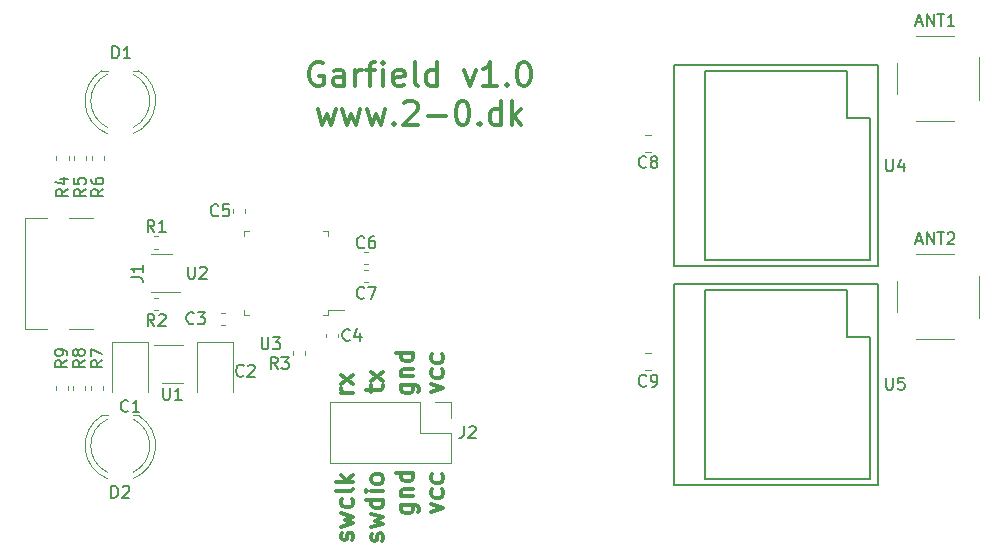
<source format=gbr>
G04 #@! TF.GenerationSoftware,KiCad,Pcbnew,5.1.8-db9833491~87~ubuntu20.04.1*
G04 #@! TF.CreationDate,2020-11-19T09:14:22+01:00*
G04 #@! TF.ProjectId,garfield,67617266-6965-46c6-942e-6b696361645f,v1.0*
G04 #@! TF.SameCoordinates,Original*
G04 #@! TF.FileFunction,Legend,Top*
G04 #@! TF.FilePolarity,Positive*
%FSLAX46Y46*%
G04 Gerber Fmt 4.6, Leading zero omitted, Abs format (unit mm)*
G04 Created by KiCad (PCBNEW 5.1.8-db9833491~87~ubuntu20.04.1) date 2020-11-19 09:14:22*
%MOMM*%
%LPD*%
G01*
G04 APERTURE LIST*
%ADD10C,0.300000*%
%ADD11C,0.120000*%
%ADD12C,0.150000*%
G04 APERTURE END LIST*
D10*
X153348571Y-133722857D02*
X154348571Y-133365714D01*
X153348571Y-133008571D01*
X154277142Y-131794285D02*
X154348571Y-131937142D01*
X154348571Y-132222857D01*
X154277142Y-132365714D01*
X154205714Y-132437142D01*
X154062857Y-132508571D01*
X153634285Y-132508571D01*
X153491428Y-132437142D01*
X153420000Y-132365714D01*
X153348571Y-132222857D01*
X153348571Y-131937142D01*
X153420000Y-131794285D01*
X154277142Y-130508571D02*
X154348571Y-130651428D01*
X154348571Y-130937142D01*
X154277142Y-131080000D01*
X154205714Y-131151428D01*
X154062857Y-131222857D01*
X153634285Y-131222857D01*
X153491428Y-131151428D01*
X153420000Y-131080000D01*
X153348571Y-130937142D01*
X153348571Y-130651428D01*
X153420000Y-130508571D01*
X153348571Y-123562857D02*
X154348571Y-123205714D01*
X153348571Y-122848571D01*
X154277142Y-121634285D02*
X154348571Y-121777142D01*
X154348571Y-122062857D01*
X154277142Y-122205714D01*
X154205714Y-122277142D01*
X154062857Y-122348571D01*
X153634285Y-122348571D01*
X153491428Y-122277142D01*
X153420000Y-122205714D01*
X153348571Y-122062857D01*
X153348571Y-121777142D01*
X153420000Y-121634285D01*
X154277142Y-120348571D02*
X154348571Y-120491428D01*
X154348571Y-120777142D01*
X154277142Y-120920000D01*
X154205714Y-120991428D01*
X154062857Y-121062857D01*
X153634285Y-121062857D01*
X153491428Y-120991428D01*
X153420000Y-120920000D01*
X153348571Y-120777142D01*
X153348571Y-120491428D01*
X153420000Y-120348571D01*
X146657142Y-136100000D02*
X146728571Y-135957142D01*
X146728571Y-135671428D01*
X146657142Y-135528571D01*
X146514285Y-135457142D01*
X146442857Y-135457142D01*
X146300000Y-135528571D01*
X146228571Y-135671428D01*
X146228571Y-135885714D01*
X146157142Y-136028571D01*
X146014285Y-136100000D01*
X145942857Y-136100000D01*
X145800000Y-136028571D01*
X145728571Y-135885714D01*
X145728571Y-135671428D01*
X145800000Y-135528571D01*
X145728571Y-134957142D02*
X146728571Y-134671428D01*
X146014285Y-134385714D01*
X146728571Y-134100000D01*
X145728571Y-133814285D01*
X146657142Y-132600000D02*
X146728571Y-132742857D01*
X146728571Y-133028571D01*
X146657142Y-133171428D01*
X146585714Y-133242857D01*
X146442857Y-133314285D01*
X146014285Y-133314285D01*
X145871428Y-133242857D01*
X145800000Y-133171428D01*
X145728571Y-133028571D01*
X145728571Y-132742857D01*
X145800000Y-132600000D01*
X146728571Y-131742857D02*
X146657142Y-131885714D01*
X146514285Y-131957142D01*
X145228571Y-131957142D01*
X146728571Y-131171428D02*
X145228571Y-131171428D01*
X146157142Y-131028571D02*
X146728571Y-130600000D01*
X145728571Y-130600000D02*
X146300000Y-131171428D01*
X149197142Y-136171428D02*
X149268571Y-136028571D01*
X149268571Y-135742857D01*
X149197142Y-135600000D01*
X149054285Y-135528571D01*
X148982857Y-135528571D01*
X148840000Y-135600000D01*
X148768571Y-135742857D01*
X148768571Y-135957142D01*
X148697142Y-136100000D01*
X148554285Y-136171428D01*
X148482857Y-136171428D01*
X148340000Y-136100000D01*
X148268571Y-135957142D01*
X148268571Y-135742857D01*
X148340000Y-135600000D01*
X148268571Y-135028571D02*
X149268571Y-134742857D01*
X148554285Y-134457142D01*
X149268571Y-134171428D01*
X148268571Y-133885714D01*
X149268571Y-132671428D02*
X147768571Y-132671428D01*
X149197142Y-132671428D02*
X149268571Y-132814285D01*
X149268571Y-133100000D01*
X149197142Y-133242857D01*
X149125714Y-133314285D01*
X148982857Y-133385714D01*
X148554285Y-133385714D01*
X148411428Y-133314285D01*
X148340000Y-133242857D01*
X148268571Y-133100000D01*
X148268571Y-132814285D01*
X148340000Y-132671428D01*
X149268571Y-131957142D02*
X148268571Y-131957142D01*
X147768571Y-131957142D02*
X147840000Y-132028571D01*
X147911428Y-131957142D01*
X147840000Y-131885714D01*
X147768571Y-131957142D01*
X147911428Y-131957142D01*
X149268571Y-131028571D02*
X149197142Y-131171428D01*
X149125714Y-131242857D01*
X148982857Y-131314285D01*
X148554285Y-131314285D01*
X148411428Y-131242857D01*
X148340000Y-131171428D01*
X148268571Y-131028571D01*
X148268571Y-130814285D01*
X148340000Y-130671428D01*
X148411428Y-130600000D01*
X148554285Y-130528571D01*
X148982857Y-130528571D01*
X149125714Y-130600000D01*
X149197142Y-130671428D01*
X149268571Y-130814285D01*
X149268571Y-131028571D01*
X150808571Y-133115714D02*
X152022857Y-133115714D01*
X152165714Y-133187142D01*
X152237142Y-133258571D01*
X152308571Y-133401428D01*
X152308571Y-133615714D01*
X152237142Y-133758571D01*
X151737142Y-133115714D02*
X151808571Y-133258571D01*
X151808571Y-133544285D01*
X151737142Y-133687142D01*
X151665714Y-133758571D01*
X151522857Y-133830000D01*
X151094285Y-133830000D01*
X150951428Y-133758571D01*
X150880000Y-133687142D01*
X150808571Y-133544285D01*
X150808571Y-133258571D01*
X150880000Y-133115714D01*
X150808571Y-132401428D02*
X151808571Y-132401428D01*
X150951428Y-132401428D02*
X150880000Y-132330000D01*
X150808571Y-132187142D01*
X150808571Y-131972857D01*
X150880000Y-131830000D01*
X151022857Y-131758571D01*
X151808571Y-131758571D01*
X151808571Y-130401428D02*
X150308571Y-130401428D01*
X151737142Y-130401428D02*
X151808571Y-130544285D01*
X151808571Y-130830000D01*
X151737142Y-130972857D01*
X151665714Y-131044285D01*
X151522857Y-131115714D01*
X151094285Y-131115714D01*
X150951428Y-131044285D01*
X150880000Y-130972857D01*
X150808571Y-130830000D01*
X150808571Y-130544285D01*
X150880000Y-130401428D01*
X150808571Y-122955714D02*
X152022857Y-122955714D01*
X152165714Y-123027142D01*
X152237142Y-123098571D01*
X152308571Y-123241428D01*
X152308571Y-123455714D01*
X152237142Y-123598571D01*
X151737142Y-122955714D02*
X151808571Y-123098571D01*
X151808571Y-123384285D01*
X151737142Y-123527142D01*
X151665714Y-123598571D01*
X151522857Y-123670000D01*
X151094285Y-123670000D01*
X150951428Y-123598571D01*
X150880000Y-123527142D01*
X150808571Y-123384285D01*
X150808571Y-123098571D01*
X150880000Y-122955714D01*
X150808571Y-122241428D02*
X151808571Y-122241428D01*
X150951428Y-122241428D02*
X150880000Y-122170000D01*
X150808571Y-122027142D01*
X150808571Y-121812857D01*
X150880000Y-121670000D01*
X151022857Y-121598571D01*
X151808571Y-121598571D01*
X151808571Y-120241428D02*
X150308571Y-120241428D01*
X151737142Y-120241428D02*
X151808571Y-120384285D01*
X151808571Y-120670000D01*
X151737142Y-120812857D01*
X151665714Y-120884285D01*
X151522857Y-120955714D01*
X151094285Y-120955714D01*
X150951428Y-120884285D01*
X150880000Y-120812857D01*
X150808571Y-120670000D01*
X150808571Y-120384285D01*
X150880000Y-120241428D01*
X146728571Y-123650285D02*
X145728571Y-123650285D01*
X146014285Y-123650285D02*
X145871428Y-123578857D01*
X145800000Y-123507428D01*
X145728571Y-123364571D01*
X145728571Y-123221714D01*
X146728571Y-122864571D02*
X145728571Y-122078857D01*
X145728571Y-122864571D02*
X146728571Y-122078857D01*
X148268571Y-123574857D02*
X148268571Y-123003428D01*
X147768571Y-123360571D02*
X149054285Y-123360571D01*
X149197142Y-123289142D01*
X149268571Y-123146285D01*
X149268571Y-123003428D01*
X149268571Y-122646285D02*
X148268571Y-121860571D01*
X148268571Y-122646285D02*
X149268571Y-121860571D01*
X144131904Y-95730000D02*
X143941428Y-95634761D01*
X143655714Y-95634761D01*
X143370000Y-95730000D01*
X143179523Y-95920476D01*
X143084285Y-96110952D01*
X142989047Y-96491904D01*
X142989047Y-96777619D01*
X143084285Y-97158571D01*
X143179523Y-97349047D01*
X143370000Y-97539523D01*
X143655714Y-97634761D01*
X143846190Y-97634761D01*
X144131904Y-97539523D01*
X144227142Y-97444285D01*
X144227142Y-96777619D01*
X143846190Y-96777619D01*
X145941428Y-97634761D02*
X145941428Y-96587142D01*
X145846190Y-96396666D01*
X145655714Y-96301428D01*
X145274761Y-96301428D01*
X145084285Y-96396666D01*
X145941428Y-97539523D02*
X145750952Y-97634761D01*
X145274761Y-97634761D01*
X145084285Y-97539523D01*
X144989047Y-97349047D01*
X144989047Y-97158571D01*
X145084285Y-96968095D01*
X145274761Y-96872857D01*
X145750952Y-96872857D01*
X145941428Y-96777619D01*
X146893809Y-97634761D02*
X146893809Y-96301428D01*
X146893809Y-96682380D02*
X146989047Y-96491904D01*
X147084285Y-96396666D01*
X147274761Y-96301428D01*
X147465238Y-96301428D01*
X147846190Y-96301428D02*
X148608095Y-96301428D01*
X148131904Y-97634761D02*
X148131904Y-95920476D01*
X148227142Y-95730000D01*
X148417619Y-95634761D01*
X148608095Y-95634761D01*
X149274761Y-97634761D02*
X149274761Y-96301428D01*
X149274761Y-95634761D02*
X149179523Y-95730000D01*
X149274761Y-95825238D01*
X149370000Y-95730000D01*
X149274761Y-95634761D01*
X149274761Y-95825238D01*
X150989047Y-97539523D02*
X150798571Y-97634761D01*
X150417619Y-97634761D01*
X150227142Y-97539523D01*
X150131904Y-97349047D01*
X150131904Y-96587142D01*
X150227142Y-96396666D01*
X150417619Y-96301428D01*
X150798571Y-96301428D01*
X150989047Y-96396666D01*
X151084285Y-96587142D01*
X151084285Y-96777619D01*
X150131904Y-96968095D01*
X152227142Y-97634761D02*
X152036666Y-97539523D01*
X151941428Y-97349047D01*
X151941428Y-95634761D01*
X153846190Y-97634761D02*
X153846190Y-95634761D01*
X153846190Y-97539523D02*
X153655714Y-97634761D01*
X153274761Y-97634761D01*
X153084285Y-97539523D01*
X152989047Y-97444285D01*
X152893809Y-97253809D01*
X152893809Y-96682380D01*
X152989047Y-96491904D01*
X153084285Y-96396666D01*
X153274761Y-96301428D01*
X153655714Y-96301428D01*
X153846190Y-96396666D01*
X156131904Y-96301428D02*
X156608095Y-97634761D01*
X157084285Y-96301428D01*
X158893809Y-97634761D02*
X157750952Y-97634761D01*
X158322380Y-97634761D02*
X158322380Y-95634761D01*
X158131904Y-95920476D01*
X157941428Y-96110952D01*
X157750952Y-96206190D01*
X159750952Y-97444285D02*
X159846190Y-97539523D01*
X159750952Y-97634761D01*
X159655714Y-97539523D01*
X159750952Y-97444285D01*
X159750952Y-97634761D01*
X161084285Y-95634761D02*
X161274761Y-95634761D01*
X161465238Y-95730000D01*
X161560476Y-95825238D01*
X161655714Y-96015714D01*
X161750952Y-96396666D01*
X161750952Y-96872857D01*
X161655714Y-97253809D01*
X161560476Y-97444285D01*
X161465238Y-97539523D01*
X161274761Y-97634761D01*
X161084285Y-97634761D01*
X160893809Y-97539523D01*
X160798571Y-97444285D01*
X160703333Y-97253809D01*
X160608095Y-96872857D01*
X160608095Y-96396666D01*
X160703333Y-96015714D01*
X160798571Y-95825238D01*
X160893809Y-95730000D01*
X161084285Y-95634761D01*
X143703333Y-99601428D02*
X144084285Y-100934761D01*
X144465238Y-99982380D01*
X144846190Y-100934761D01*
X145227142Y-99601428D01*
X145798571Y-99601428D02*
X146179523Y-100934761D01*
X146560476Y-99982380D01*
X146941428Y-100934761D01*
X147322380Y-99601428D01*
X147893809Y-99601428D02*
X148274761Y-100934761D01*
X148655714Y-99982380D01*
X149036666Y-100934761D01*
X149417619Y-99601428D01*
X150179523Y-100744285D02*
X150274761Y-100839523D01*
X150179523Y-100934761D01*
X150084285Y-100839523D01*
X150179523Y-100744285D01*
X150179523Y-100934761D01*
X151036666Y-99125238D02*
X151131904Y-99030000D01*
X151322380Y-98934761D01*
X151798571Y-98934761D01*
X151989047Y-99030000D01*
X152084285Y-99125238D01*
X152179523Y-99315714D01*
X152179523Y-99506190D01*
X152084285Y-99791904D01*
X150941428Y-100934761D01*
X152179523Y-100934761D01*
X153036666Y-100172857D02*
X154560476Y-100172857D01*
X155893809Y-98934761D02*
X156084285Y-98934761D01*
X156274761Y-99030000D01*
X156370000Y-99125238D01*
X156465238Y-99315714D01*
X156560476Y-99696666D01*
X156560476Y-100172857D01*
X156465238Y-100553809D01*
X156370000Y-100744285D01*
X156274761Y-100839523D01*
X156084285Y-100934761D01*
X155893809Y-100934761D01*
X155703333Y-100839523D01*
X155608095Y-100744285D01*
X155512857Y-100553809D01*
X155417619Y-100172857D01*
X155417619Y-99696666D01*
X155512857Y-99315714D01*
X155608095Y-99125238D01*
X155703333Y-99030000D01*
X155893809Y-98934761D01*
X157417619Y-100744285D02*
X157512857Y-100839523D01*
X157417619Y-100934761D01*
X157322380Y-100839523D01*
X157417619Y-100744285D01*
X157417619Y-100934761D01*
X159227142Y-100934761D02*
X159227142Y-98934761D01*
X159227142Y-100839523D02*
X159036666Y-100934761D01*
X158655714Y-100934761D01*
X158465238Y-100839523D01*
X158370000Y-100744285D01*
X158274761Y-100553809D01*
X158274761Y-99982380D01*
X158370000Y-99791904D01*
X158465238Y-99696666D01*
X158655714Y-99601428D01*
X159036666Y-99601428D01*
X159227142Y-99696666D01*
X160179523Y-100934761D02*
X160179523Y-98934761D01*
X160370000Y-100172857D02*
X160941428Y-100934761D01*
X160941428Y-99601428D02*
X160179523Y-100363333D01*
D11*
X144560000Y-109940000D02*
X144140000Y-109940000D01*
X144560000Y-117060000D02*
X144560000Y-116640000D01*
X144560000Y-116640000D02*
X145940000Y-116640000D01*
X137440000Y-117060000D02*
X137860000Y-117060000D01*
X137440000Y-109940000D02*
X137860000Y-109940000D01*
X144560000Y-117060000D02*
X144140000Y-117060000D01*
X144560000Y-109940000D02*
X144560000Y-110360000D01*
X137440000Y-109940000D02*
X137440000Y-110360000D01*
X137440000Y-117060000D02*
X137440000Y-116640000D01*
X130212779Y-110390000D02*
X129887221Y-110390000D01*
X130212779Y-111410000D02*
X129887221Y-111410000D01*
X129310000Y-123540000D02*
X129310000Y-119330000D01*
X129310000Y-119330000D02*
X126290000Y-119330000D01*
X126290000Y-119330000D02*
X126290000Y-123540000D01*
X133490000Y-119327500D02*
X133490000Y-123537500D01*
X136510000Y-119327500D02*
X133490000Y-119327500D01*
X136510000Y-123537500D02*
X136510000Y-119327500D01*
X135882779Y-117920000D02*
X135557221Y-117920000D01*
X135882779Y-116900000D02*
X135557221Y-116900000D01*
X144400000Y-118607221D02*
X144400000Y-118932779D01*
X145420000Y-118607221D02*
X145420000Y-118932779D01*
X136570000Y-108382779D02*
X136570000Y-108057221D01*
X137590000Y-108382779D02*
X137590000Y-108057221D01*
X147637221Y-112760000D02*
X147962779Y-112760000D01*
X147637221Y-111740000D02*
X147962779Y-111740000D01*
X147637221Y-114260000D02*
X147962779Y-114260000D01*
X147637221Y-113240000D02*
X147962779Y-113240000D01*
X130212779Y-116610000D02*
X129887221Y-116610000D01*
X130212779Y-115590000D02*
X129887221Y-115590000D01*
X141600000Y-120117221D02*
X141600000Y-120442779D01*
X142620000Y-120117221D02*
X142620000Y-120442779D01*
X122620000Y-103882779D02*
X122620000Y-103557221D01*
X121600000Y-103882779D02*
X121600000Y-103557221D01*
X123100000Y-103882779D02*
X123100000Y-103557221D01*
X124120000Y-103882779D02*
X124120000Y-103557221D01*
X125620000Y-103882779D02*
X125620000Y-103557221D01*
X124600000Y-103882779D02*
X124600000Y-103557221D01*
X125550000Y-123047221D02*
X125550000Y-123372779D01*
X124530000Y-123047221D02*
X124530000Y-123372779D01*
X132300000Y-119590000D02*
X129850000Y-119590000D01*
X130500000Y-122810000D02*
X132300000Y-122810000D01*
X129600000Y-115110000D02*
X132050000Y-115110000D01*
X131400000Y-111890000D02*
X129600000Y-111890000D01*
X128545000Y-96345000D02*
X128080000Y-96345000D01*
X125920000Y-96345000D02*
X125455000Y-96345000D01*
X125919571Y-101159479D02*
G75*
G02*
X125920000Y-96650316I1080429J2254479D01*
G01*
X128080429Y-101159479D02*
G75*
G03*
X128080000Y-96650316I-1080429J2254479D01*
G01*
X125919173Y-101692815D02*
G75*
G02*
X125455170Y-96345000I1080827J2787815D01*
G01*
X128080827Y-101692815D02*
G75*
G03*
X128544830Y-96345000I-1080827J2787815D01*
G01*
X125920000Y-125545000D02*
X125455000Y-125545000D01*
X128545000Y-125545000D02*
X128080000Y-125545000D01*
X128080827Y-130892815D02*
G75*
G03*
X128544830Y-125545000I-1080827J2787815D01*
G01*
X125919173Y-130892815D02*
G75*
G02*
X125455170Y-125545000I1080827J2787815D01*
G01*
X128080429Y-130359479D02*
G75*
G03*
X128080000Y-125850316I-1080429J2254479D01*
G01*
X125919571Y-130359479D02*
G75*
G02*
X125920000Y-125850316I1080429J2254479D01*
G01*
X123020000Y-123047221D02*
X123020000Y-123372779D01*
X124040000Y-123047221D02*
X124040000Y-123372779D01*
X122550000Y-123047221D02*
X122550000Y-123372779D01*
X121530000Y-123047221D02*
X121530000Y-123372779D01*
X171948578Y-101780000D02*
X171431422Y-101780000D01*
X171948578Y-103200000D02*
X171431422Y-103200000D01*
X171948578Y-121700000D02*
X171431422Y-121700000D01*
X171948578Y-120280000D02*
X171431422Y-120280000D01*
X155000000Y-124400000D02*
X155000000Y-125730000D01*
X153670000Y-124400000D02*
X155000000Y-124400000D01*
X155000000Y-127000000D02*
X155000000Y-129600000D01*
X152400000Y-127000000D02*
X155000000Y-127000000D01*
X152400000Y-124400000D02*
X152400000Y-127000000D01*
X155000000Y-129600000D02*
X144720000Y-129600000D01*
X152400000Y-124400000D02*
X144720000Y-124400000D01*
X144720000Y-124400000D02*
X144720000Y-129600000D01*
X197600000Y-93400000D02*
X194400000Y-93400000D01*
X197600000Y-100600000D02*
X194400000Y-100600000D01*
X192800000Y-95700000D02*
X192800000Y-98300000D01*
X199680000Y-95200000D02*
X199680000Y-98800000D01*
X199680000Y-113700000D02*
X199680000Y-117300000D01*
X192800000Y-114200000D02*
X192800000Y-116800000D01*
X197600000Y-119100000D02*
X194400000Y-119100000D01*
X197600000Y-111900000D02*
X194400000Y-111900000D01*
X120800000Y-108800000D02*
X118900000Y-108800000D01*
X124700000Y-108800000D02*
X122700000Y-108800000D01*
X120800000Y-118200000D02*
X118900000Y-118200000D01*
X124700000Y-118200000D02*
X122700000Y-118200000D01*
X118900000Y-108800000D02*
X118900000Y-118200000D01*
D12*
X173850000Y-95890000D02*
X191150000Y-95890000D01*
X191150000Y-95890000D02*
X191150000Y-112890000D01*
X191150000Y-112890000D02*
X173850000Y-112890000D01*
X173850000Y-112890000D02*
X173850000Y-95890000D01*
X176500000Y-96390000D02*
X176500000Y-112390000D01*
X176500000Y-112390000D02*
X190500000Y-112390000D01*
X190500000Y-112390000D02*
X190500000Y-100390000D01*
X190500000Y-100390000D02*
X188500000Y-100390000D01*
X188500000Y-100390000D02*
X188500000Y-96390000D01*
X188500000Y-96390000D02*
X176500000Y-96390000D01*
X188500000Y-114890000D02*
X176500000Y-114890000D01*
X188500000Y-118890000D02*
X188500000Y-114890000D01*
X190500000Y-118890000D02*
X188500000Y-118890000D01*
X190500000Y-130890000D02*
X190500000Y-118890000D01*
X176500000Y-130890000D02*
X190500000Y-130890000D01*
X176500000Y-114890000D02*
X176500000Y-130890000D01*
X173850000Y-131390000D02*
X173850000Y-114390000D01*
X191150000Y-131390000D02*
X173850000Y-131390000D01*
X191150000Y-114390000D02*
X191150000Y-131390000D01*
X173850000Y-114390000D02*
X191150000Y-114390000D01*
X138958095Y-118942380D02*
X138958095Y-119751904D01*
X139005714Y-119847142D01*
X139053333Y-119894761D01*
X139148571Y-119942380D01*
X139339047Y-119942380D01*
X139434285Y-119894761D01*
X139481904Y-119847142D01*
X139529523Y-119751904D01*
X139529523Y-118942380D01*
X139910476Y-118942380D02*
X140529523Y-118942380D01*
X140196190Y-119323333D01*
X140339047Y-119323333D01*
X140434285Y-119370952D01*
X140481904Y-119418571D01*
X140529523Y-119513809D01*
X140529523Y-119751904D01*
X140481904Y-119847142D01*
X140434285Y-119894761D01*
X140339047Y-119942380D01*
X140053333Y-119942380D01*
X139958095Y-119894761D01*
X139910476Y-119847142D01*
X129883333Y-109992380D02*
X129550000Y-109516190D01*
X129311904Y-109992380D02*
X129311904Y-108992380D01*
X129692857Y-108992380D01*
X129788095Y-109040000D01*
X129835714Y-109087619D01*
X129883333Y-109182857D01*
X129883333Y-109325714D01*
X129835714Y-109420952D01*
X129788095Y-109468571D01*
X129692857Y-109516190D01*
X129311904Y-109516190D01*
X130835714Y-109992380D02*
X130264285Y-109992380D01*
X130550000Y-109992380D02*
X130550000Y-108992380D01*
X130454761Y-109135238D01*
X130359523Y-109230476D01*
X130264285Y-109278095D01*
X127673333Y-125147142D02*
X127625714Y-125194761D01*
X127482857Y-125242380D01*
X127387619Y-125242380D01*
X127244761Y-125194761D01*
X127149523Y-125099523D01*
X127101904Y-125004285D01*
X127054285Y-124813809D01*
X127054285Y-124670952D01*
X127101904Y-124480476D01*
X127149523Y-124385238D01*
X127244761Y-124290000D01*
X127387619Y-124242380D01*
X127482857Y-124242380D01*
X127625714Y-124290000D01*
X127673333Y-124337619D01*
X128625714Y-125242380D02*
X128054285Y-125242380D01*
X128340000Y-125242380D02*
X128340000Y-124242380D01*
X128244761Y-124385238D01*
X128149523Y-124480476D01*
X128054285Y-124528095D01*
X137433333Y-122157142D02*
X137385714Y-122204761D01*
X137242857Y-122252380D01*
X137147619Y-122252380D01*
X137004761Y-122204761D01*
X136909523Y-122109523D01*
X136861904Y-122014285D01*
X136814285Y-121823809D01*
X136814285Y-121680952D01*
X136861904Y-121490476D01*
X136909523Y-121395238D01*
X137004761Y-121300000D01*
X137147619Y-121252380D01*
X137242857Y-121252380D01*
X137385714Y-121300000D01*
X137433333Y-121347619D01*
X137814285Y-121347619D02*
X137861904Y-121300000D01*
X137957142Y-121252380D01*
X138195238Y-121252380D01*
X138290476Y-121300000D01*
X138338095Y-121347619D01*
X138385714Y-121442857D01*
X138385714Y-121538095D01*
X138338095Y-121680952D01*
X137766666Y-122252380D01*
X138385714Y-122252380D01*
X133223333Y-117717142D02*
X133175714Y-117764761D01*
X133032857Y-117812380D01*
X132937619Y-117812380D01*
X132794761Y-117764761D01*
X132699523Y-117669523D01*
X132651904Y-117574285D01*
X132604285Y-117383809D01*
X132604285Y-117240952D01*
X132651904Y-117050476D01*
X132699523Y-116955238D01*
X132794761Y-116860000D01*
X132937619Y-116812380D01*
X133032857Y-116812380D01*
X133175714Y-116860000D01*
X133223333Y-116907619D01*
X133556666Y-116812380D02*
X134175714Y-116812380D01*
X133842380Y-117193333D01*
X133985238Y-117193333D01*
X134080476Y-117240952D01*
X134128095Y-117288571D01*
X134175714Y-117383809D01*
X134175714Y-117621904D01*
X134128095Y-117717142D01*
X134080476Y-117764761D01*
X133985238Y-117812380D01*
X133699523Y-117812380D01*
X133604285Y-117764761D01*
X133556666Y-117717142D01*
X146433333Y-119127142D02*
X146385714Y-119174761D01*
X146242857Y-119222380D01*
X146147619Y-119222380D01*
X146004761Y-119174761D01*
X145909523Y-119079523D01*
X145861904Y-118984285D01*
X145814285Y-118793809D01*
X145814285Y-118650952D01*
X145861904Y-118460476D01*
X145909523Y-118365238D01*
X146004761Y-118270000D01*
X146147619Y-118222380D01*
X146242857Y-118222380D01*
X146385714Y-118270000D01*
X146433333Y-118317619D01*
X147290476Y-118555714D02*
X147290476Y-119222380D01*
X147052380Y-118174761D02*
X146814285Y-118889047D01*
X147433333Y-118889047D01*
X135283333Y-108577142D02*
X135235714Y-108624761D01*
X135092857Y-108672380D01*
X134997619Y-108672380D01*
X134854761Y-108624761D01*
X134759523Y-108529523D01*
X134711904Y-108434285D01*
X134664285Y-108243809D01*
X134664285Y-108100952D01*
X134711904Y-107910476D01*
X134759523Y-107815238D01*
X134854761Y-107720000D01*
X134997619Y-107672380D01*
X135092857Y-107672380D01*
X135235714Y-107720000D01*
X135283333Y-107767619D01*
X136188095Y-107672380D02*
X135711904Y-107672380D01*
X135664285Y-108148571D01*
X135711904Y-108100952D01*
X135807142Y-108053333D01*
X136045238Y-108053333D01*
X136140476Y-108100952D01*
X136188095Y-108148571D01*
X136235714Y-108243809D01*
X136235714Y-108481904D01*
X136188095Y-108577142D01*
X136140476Y-108624761D01*
X136045238Y-108672380D01*
X135807142Y-108672380D01*
X135711904Y-108624761D01*
X135664285Y-108577142D01*
X147643333Y-111287142D02*
X147595714Y-111334761D01*
X147452857Y-111382380D01*
X147357619Y-111382380D01*
X147214761Y-111334761D01*
X147119523Y-111239523D01*
X147071904Y-111144285D01*
X147024285Y-110953809D01*
X147024285Y-110810952D01*
X147071904Y-110620476D01*
X147119523Y-110525238D01*
X147214761Y-110430000D01*
X147357619Y-110382380D01*
X147452857Y-110382380D01*
X147595714Y-110430000D01*
X147643333Y-110477619D01*
X148500476Y-110382380D02*
X148310000Y-110382380D01*
X148214761Y-110430000D01*
X148167142Y-110477619D01*
X148071904Y-110620476D01*
X148024285Y-110810952D01*
X148024285Y-111191904D01*
X148071904Y-111287142D01*
X148119523Y-111334761D01*
X148214761Y-111382380D01*
X148405238Y-111382380D01*
X148500476Y-111334761D01*
X148548095Y-111287142D01*
X148595714Y-111191904D01*
X148595714Y-110953809D01*
X148548095Y-110858571D01*
X148500476Y-110810952D01*
X148405238Y-110763333D01*
X148214761Y-110763333D01*
X148119523Y-110810952D01*
X148071904Y-110858571D01*
X148024285Y-110953809D01*
X147643333Y-115567142D02*
X147595714Y-115614761D01*
X147452857Y-115662380D01*
X147357619Y-115662380D01*
X147214761Y-115614761D01*
X147119523Y-115519523D01*
X147071904Y-115424285D01*
X147024285Y-115233809D01*
X147024285Y-115090952D01*
X147071904Y-114900476D01*
X147119523Y-114805238D01*
X147214761Y-114710000D01*
X147357619Y-114662380D01*
X147452857Y-114662380D01*
X147595714Y-114710000D01*
X147643333Y-114757619D01*
X147976666Y-114662380D02*
X148643333Y-114662380D01*
X148214761Y-115662380D01*
X129883333Y-117972380D02*
X129550000Y-117496190D01*
X129311904Y-117972380D02*
X129311904Y-116972380D01*
X129692857Y-116972380D01*
X129788095Y-117020000D01*
X129835714Y-117067619D01*
X129883333Y-117162857D01*
X129883333Y-117305714D01*
X129835714Y-117400952D01*
X129788095Y-117448571D01*
X129692857Y-117496190D01*
X129311904Y-117496190D01*
X130264285Y-117067619D02*
X130311904Y-117020000D01*
X130407142Y-116972380D01*
X130645238Y-116972380D01*
X130740476Y-117020000D01*
X130788095Y-117067619D01*
X130835714Y-117162857D01*
X130835714Y-117258095D01*
X130788095Y-117400952D01*
X130216666Y-117972380D01*
X130835714Y-117972380D01*
X140313333Y-121602380D02*
X139980000Y-121126190D01*
X139741904Y-121602380D02*
X139741904Y-120602380D01*
X140122857Y-120602380D01*
X140218095Y-120650000D01*
X140265714Y-120697619D01*
X140313333Y-120792857D01*
X140313333Y-120935714D01*
X140265714Y-121030952D01*
X140218095Y-121078571D01*
X140122857Y-121126190D01*
X139741904Y-121126190D01*
X140646666Y-120602380D02*
X141265714Y-120602380D01*
X140932380Y-120983333D01*
X141075238Y-120983333D01*
X141170476Y-121030952D01*
X141218095Y-121078571D01*
X141265714Y-121173809D01*
X141265714Y-121411904D01*
X141218095Y-121507142D01*
X141170476Y-121554761D01*
X141075238Y-121602380D01*
X140789523Y-121602380D01*
X140694285Y-121554761D01*
X140646666Y-121507142D01*
X122552380Y-106366666D02*
X122076190Y-106700000D01*
X122552380Y-106938095D02*
X121552380Y-106938095D01*
X121552380Y-106557142D01*
X121600000Y-106461904D01*
X121647619Y-106414285D01*
X121742857Y-106366666D01*
X121885714Y-106366666D01*
X121980952Y-106414285D01*
X122028571Y-106461904D01*
X122076190Y-106557142D01*
X122076190Y-106938095D01*
X121885714Y-105509523D02*
X122552380Y-105509523D01*
X121504761Y-105747619D02*
X122219047Y-105985714D01*
X122219047Y-105366666D01*
X124062380Y-106366666D02*
X123586190Y-106700000D01*
X124062380Y-106938095D02*
X123062380Y-106938095D01*
X123062380Y-106557142D01*
X123110000Y-106461904D01*
X123157619Y-106414285D01*
X123252857Y-106366666D01*
X123395714Y-106366666D01*
X123490952Y-106414285D01*
X123538571Y-106461904D01*
X123586190Y-106557142D01*
X123586190Y-106938095D01*
X123062380Y-105461904D02*
X123062380Y-105938095D01*
X123538571Y-105985714D01*
X123490952Y-105938095D01*
X123443333Y-105842857D01*
X123443333Y-105604761D01*
X123490952Y-105509523D01*
X123538571Y-105461904D01*
X123633809Y-105414285D01*
X123871904Y-105414285D01*
X123967142Y-105461904D01*
X124014761Y-105509523D01*
X124062380Y-105604761D01*
X124062380Y-105842857D01*
X124014761Y-105938095D01*
X123967142Y-105985714D01*
X125552380Y-106366666D02*
X125076190Y-106700000D01*
X125552380Y-106938095D02*
X124552380Y-106938095D01*
X124552380Y-106557142D01*
X124600000Y-106461904D01*
X124647619Y-106414285D01*
X124742857Y-106366666D01*
X124885714Y-106366666D01*
X124980952Y-106414285D01*
X125028571Y-106461904D01*
X125076190Y-106557142D01*
X125076190Y-106938095D01*
X124552380Y-105509523D02*
X124552380Y-105700000D01*
X124600000Y-105795238D01*
X124647619Y-105842857D01*
X124790476Y-105938095D01*
X124980952Y-105985714D01*
X125361904Y-105985714D01*
X125457142Y-105938095D01*
X125504761Y-105890476D01*
X125552380Y-105795238D01*
X125552380Y-105604761D01*
X125504761Y-105509523D01*
X125457142Y-105461904D01*
X125361904Y-105414285D01*
X125123809Y-105414285D01*
X125028571Y-105461904D01*
X124980952Y-105509523D01*
X124933333Y-105604761D01*
X124933333Y-105795238D01*
X124980952Y-105890476D01*
X125028571Y-105938095D01*
X125123809Y-105985714D01*
X125492380Y-120876666D02*
X125016190Y-121210000D01*
X125492380Y-121448095D02*
X124492380Y-121448095D01*
X124492380Y-121067142D01*
X124540000Y-120971904D01*
X124587619Y-120924285D01*
X124682857Y-120876666D01*
X124825714Y-120876666D01*
X124920952Y-120924285D01*
X124968571Y-120971904D01*
X125016190Y-121067142D01*
X125016190Y-121448095D01*
X124492380Y-120543333D02*
X124492380Y-119876666D01*
X125492380Y-120305238D01*
X130638095Y-123212380D02*
X130638095Y-124021904D01*
X130685714Y-124117142D01*
X130733333Y-124164761D01*
X130828571Y-124212380D01*
X131019047Y-124212380D01*
X131114285Y-124164761D01*
X131161904Y-124117142D01*
X131209523Y-124021904D01*
X131209523Y-123212380D01*
X132209523Y-124212380D02*
X131638095Y-124212380D01*
X131923809Y-124212380D02*
X131923809Y-123212380D01*
X131828571Y-123355238D01*
X131733333Y-123450476D01*
X131638095Y-123498095D01*
X132738095Y-112952380D02*
X132738095Y-113761904D01*
X132785714Y-113857142D01*
X132833333Y-113904761D01*
X132928571Y-113952380D01*
X133119047Y-113952380D01*
X133214285Y-113904761D01*
X133261904Y-113857142D01*
X133309523Y-113761904D01*
X133309523Y-112952380D01*
X133738095Y-113047619D02*
X133785714Y-113000000D01*
X133880952Y-112952380D01*
X134119047Y-112952380D01*
X134214285Y-113000000D01*
X134261904Y-113047619D01*
X134309523Y-113142857D01*
X134309523Y-113238095D01*
X134261904Y-113380952D01*
X133690476Y-113952380D01*
X134309523Y-113952380D01*
X126331904Y-95292380D02*
X126331904Y-94292380D01*
X126570000Y-94292380D01*
X126712857Y-94340000D01*
X126808095Y-94435238D01*
X126855714Y-94530476D01*
X126903333Y-94720952D01*
X126903333Y-94863809D01*
X126855714Y-95054285D01*
X126808095Y-95149523D01*
X126712857Y-95244761D01*
X126570000Y-95292380D01*
X126331904Y-95292380D01*
X127855714Y-95292380D02*
X127284285Y-95292380D01*
X127570000Y-95292380D02*
X127570000Y-94292380D01*
X127474761Y-94435238D01*
X127379523Y-94530476D01*
X127284285Y-94578095D01*
X126251904Y-132502380D02*
X126251904Y-131502380D01*
X126490000Y-131502380D01*
X126632857Y-131550000D01*
X126728095Y-131645238D01*
X126775714Y-131740476D01*
X126823333Y-131930952D01*
X126823333Y-132073809D01*
X126775714Y-132264285D01*
X126728095Y-132359523D01*
X126632857Y-132454761D01*
X126490000Y-132502380D01*
X126251904Y-132502380D01*
X127204285Y-131597619D02*
X127251904Y-131550000D01*
X127347142Y-131502380D01*
X127585238Y-131502380D01*
X127680476Y-131550000D01*
X127728095Y-131597619D01*
X127775714Y-131692857D01*
X127775714Y-131788095D01*
X127728095Y-131930952D01*
X127156666Y-132502380D01*
X127775714Y-132502380D01*
X123982380Y-120866666D02*
X123506190Y-121200000D01*
X123982380Y-121438095D02*
X122982380Y-121438095D01*
X122982380Y-121057142D01*
X123030000Y-120961904D01*
X123077619Y-120914285D01*
X123172857Y-120866666D01*
X123315714Y-120866666D01*
X123410952Y-120914285D01*
X123458571Y-120961904D01*
X123506190Y-121057142D01*
X123506190Y-121438095D01*
X123410952Y-120295238D02*
X123363333Y-120390476D01*
X123315714Y-120438095D01*
X123220476Y-120485714D01*
X123172857Y-120485714D01*
X123077619Y-120438095D01*
X123030000Y-120390476D01*
X122982380Y-120295238D01*
X122982380Y-120104761D01*
X123030000Y-120009523D01*
X123077619Y-119961904D01*
X123172857Y-119914285D01*
X123220476Y-119914285D01*
X123315714Y-119961904D01*
X123363333Y-120009523D01*
X123410952Y-120104761D01*
X123410952Y-120295238D01*
X123458571Y-120390476D01*
X123506190Y-120438095D01*
X123601428Y-120485714D01*
X123791904Y-120485714D01*
X123887142Y-120438095D01*
X123934761Y-120390476D01*
X123982380Y-120295238D01*
X123982380Y-120104761D01*
X123934761Y-120009523D01*
X123887142Y-119961904D01*
X123791904Y-119914285D01*
X123601428Y-119914285D01*
X123506190Y-119961904D01*
X123458571Y-120009523D01*
X123410952Y-120104761D01*
X122492380Y-120876666D02*
X122016190Y-121210000D01*
X122492380Y-121448095D02*
X121492380Y-121448095D01*
X121492380Y-121067142D01*
X121540000Y-120971904D01*
X121587619Y-120924285D01*
X121682857Y-120876666D01*
X121825714Y-120876666D01*
X121920952Y-120924285D01*
X121968571Y-120971904D01*
X122016190Y-121067142D01*
X122016190Y-121448095D01*
X122492380Y-120400476D02*
X122492380Y-120210000D01*
X122444761Y-120114761D01*
X122397142Y-120067142D01*
X122254285Y-119971904D01*
X122063809Y-119924285D01*
X121682857Y-119924285D01*
X121587619Y-119971904D01*
X121540000Y-120019523D01*
X121492380Y-120114761D01*
X121492380Y-120305238D01*
X121540000Y-120400476D01*
X121587619Y-120448095D01*
X121682857Y-120495714D01*
X121920952Y-120495714D01*
X122016190Y-120448095D01*
X122063809Y-120400476D01*
X122111428Y-120305238D01*
X122111428Y-120114761D01*
X122063809Y-120019523D01*
X122016190Y-119971904D01*
X121920952Y-119924285D01*
X171523333Y-104497142D02*
X171475714Y-104544761D01*
X171332857Y-104592380D01*
X171237619Y-104592380D01*
X171094761Y-104544761D01*
X170999523Y-104449523D01*
X170951904Y-104354285D01*
X170904285Y-104163809D01*
X170904285Y-104020952D01*
X170951904Y-103830476D01*
X170999523Y-103735238D01*
X171094761Y-103640000D01*
X171237619Y-103592380D01*
X171332857Y-103592380D01*
X171475714Y-103640000D01*
X171523333Y-103687619D01*
X172094761Y-104020952D02*
X171999523Y-103973333D01*
X171951904Y-103925714D01*
X171904285Y-103830476D01*
X171904285Y-103782857D01*
X171951904Y-103687619D01*
X171999523Y-103640000D01*
X172094761Y-103592380D01*
X172285238Y-103592380D01*
X172380476Y-103640000D01*
X172428095Y-103687619D01*
X172475714Y-103782857D01*
X172475714Y-103830476D01*
X172428095Y-103925714D01*
X172380476Y-103973333D01*
X172285238Y-104020952D01*
X172094761Y-104020952D01*
X171999523Y-104068571D01*
X171951904Y-104116190D01*
X171904285Y-104211428D01*
X171904285Y-104401904D01*
X171951904Y-104497142D01*
X171999523Y-104544761D01*
X172094761Y-104592380D01*
X172285238Y-104592380D01*
X172380476Y-104544761D01*
X172428095Y-104497142D01*
X172475714Y-104401904D01*
X172475714Y-104211428D01*
X172428095Y-104116190D01*
X172380476Y-104068571D01*
X172285238Y-104020952D01*
X171523333Y-122997142D02*
X171475714Y-123044761D01*
X171332857Y-123092380D01*
X171237619Y-123092380D01*
X171094761Y-123044761D01*
X170999523Y-122949523D01*
X170951904Y-122854285D01*
X170904285Y-122663809D01*
X170904285Y-122520952D01*
X170951904Y-122330476D01*
X170999523Y-122235238D01*
X171094761Y-122140000D01*
X171237619Y-122092380D01*
X171332857Y-122092380D01*
X171475714Y-122140000D01*
X171523333Y-122187619D01*
X171999523Y-123092380D02*
X172190000Y-123092380D01*
X172285238Y-123044761D01*
X172332857Y-122997142D01*
X172428095Y-122854285D01*
X172475714Y-122663809D01*
X172475714Y-122282857D01*
X172428095Y-122187619D01*
X172380476Y-122140000D01*
X172285238Y-122092380D01*
X172094761Y-122092380D01*
X171999523Y-122140000D01*
X171951904Y-122187619D01*
X171904285Y-122282857D01*
X171904285Y-122520952D01*
X171951904Y-122616190D01*
X171999523Y-122663809D01*
X172094761Y-122711428D01*
X172285238Y-122711428D01*
X172380476Y-122663809D01*
X172428095Y-122616190D01*
X172475714Y-122520952D01*
X156096666Y-126452380D02*
X156096666Y-127166666D01*
X156049047Y-127309523D01*
X155953809Y-127404761D01*
X155810952Y-127452380D01*
X155715714Y-127452380D01*
X156525238Y-126547619D02*
X156572857Y-126500000D01*
X156668095Y-126452380D01*
X156906190Y-126452380D01*
X157001428Y-126500000D01*
X157049047Y-126547619D01*
X157096666Y-126642857D01*
X157096666Y-126738095D01*
X157049047Y-126880952D01*
X156477619Y-127452380D01*
X157096666Y-127452380D01*
X194380952Y-92266666D02*
X194857142Y-92266666D01*
X194285714Y-92552380D02*
X194619047Y-91552380D01*
X194952380Y-92552380D01*
X195285714Y-92552380D02*
X195285714Y-91552380D01*
X195857142Y-92552380D01*
X195857142Y-91552380D01*
X196190476Y-91552380D02*
X196761904Y-91552380D01*
X196476190Y-92552380D02*
X196476190Y-91552380D01*
X197619047Y-92552380D02*
X197047619Y-92552380D01*
X197333333Y-92552380D02*
X197333333Y-91552380D01*
X197238095Y-91695238D01*
X197142857Y-91790476D01*
X197047619Y-91838095D01*
X194380952Y-110766666D02*
X194857142Y-110766666D01*
X194285714Y-111052380D02*
X194619047Y-110052380D01*
X194952380Y-111052380D01*
X195285714Y-111052380D02*
X195285714Y-110052380D01*
X195857142Y-111052380D01*
X195857142Y-110052380D01*
X196190476Y-110052380D02*
X196761904Y-110052380D01*
X196476190Y-111052380D02*
X196476190Y-110052380D01*
X197047619Y-110147619D02*
X197095238Y-110100000D01*
X197190476Y-110052380D01*
X197428571Y-110052380D01*
X197523809Y-110100000D01*
X197571428Y-110147619D01*
X197619047Y-110242857D01*
X197619047Y-110338095D01*
X197571428Y-110480952D01*
X197000000Y-111052380D01*
X197619047Y-111052380D01*
X127897380Y-113833333D02*
X128611666Y-113833333D01*
X128754523Y-113880952D01*
X128849761Y-113976190D01*
X128897380Y-114119047D01*
X128897380Y-114214285D01*
X128897380Y-112833333D02*
X128897380Y-113404761D01*
X128897380Y-113119047D02*
X127897380Y-113119047D01*
X128040238Y-113214285D01*
X128135476Y-113309523D01*
X128183095Y-113404761D01*
X191838095Y-103852380D02*
X191838095Y-104661904D01*
X191885714Y-104757142D01*
X191933333Y-104804761D01*
X192028571Y-104852380D01*
X192219047Y-104852380D01*
X192314285Y-104804761D01*
X192361904Y-104757142D01*
X192409523Y-104661904D01*
X192409523Y-103852380D01*
X193314285Y-104185714D02*
X193314285Y-104852380D01*
X193076190Y-103804761D02*
X192838095Y-104519047D01*
X193457142Y-104519047D01*
X191838095Y-122352380D02*
X191838095Y-123161904D01*
X191885714Y-123257142D01*
X191933333Y-123304761D01*
X192028571Y-123352380D01*
X192219047Y-123352380D01*
X192314285Y-123304761D01*
X192361904Y-123257142D01*
X192409523Y-123161904D01*
X192409523Y-122352380D01*
X193361904Y-122352380D02*
X192885714Y-122352380D01*
X192838095Y-122828571D01*
X192885714Y-122780952D01*
X192980952Y-122733333D01*
X193219047Y-122733333D01*
X193314285Y-122780952D01*
X193361904Y-122828571D01*
X193409523Y-122923809D01*
X193409523Y-123161904D01*
X193361904Y-123257142D01*
X193314285Y-123304761D01*
X193219047Y-123352380D01*
X192980952Y-123352380D01*
X192885714Y-123304761D01*
X192838095Y-123257142D01*
M02*

</source>
